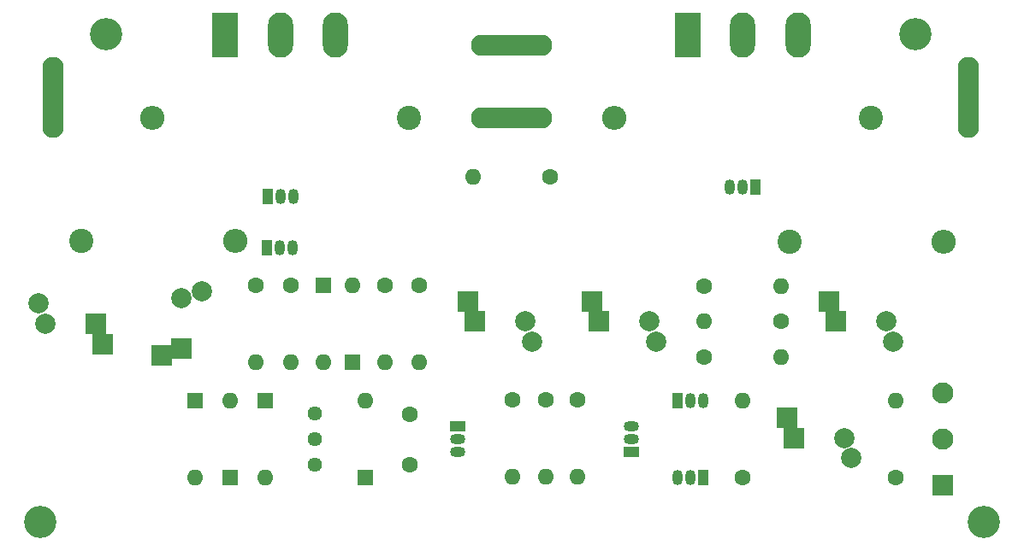
<source format=gbr>
%TF.GenerationSoftware,KiCad,Pcbnew,(6.0.0)*%
%TF.CreationDate,2022-08-29T21:40:36+01:00*%
%TF.ProjectId,Lynx amp Mini,4c796e78-2061-46d7-9020-4d696e692e6b,rev?*%
%TF.SameCoordinates,Original*%
%TF.FileFunction,Soldermask,Bot*%
%TF.FilePolarity,Negative*%
%FSLAX46Y46*%
G04 Gerber Fmt 4.6, Leading zero omitted, Abs format (unit mm)*
G04 Created by KiCad (PCBNEW (6.0.0)) date 2022-08-29 21:40:36*
%MOMM*%
%LPD*%
G01*
G04 APERTURE LIST*
G04 Aperture macros list*
%AMRoundRect*
0 Rectangle with rounded corners*
0 $1 Rounding radius*
0 $2 $3 $4 $5 $6 $7 $8 $9 X,Y pos of 4 corners*
0 Add a 4 corners polygon primitive as box body*
4,1,4,$2,$3,$4,$5,$6,$7,$8,$9,$2,$3,0*
0 Add four circle primitives for the rounded corners*
1,1,$1+$1,$2,$3*
1,1,$1+$1,$4,$5*
1,1,$1+$1,$6,$7*
1,1,$1+$1,$8,$9*
0 Add four rect primitives between the rounded corners*
20,1,$1+$1,$2,$3,$4,$5,0*
20,1,$1+$1,$4,$5,$6,$7,0*
20,1,$1+$1,$6,$7,$8,$9,0*
20,1,$1+$1,$8,$9,$2,$3,0*%
G04 Aperture macros list end*
%ADD10RoundRect,0.250001X0.799999X-0.799999X0.799999X0.799999X-0.799999X0.799999X-0.799999X-0.799999X0*%
%ADD11C,2.100000*%
%ADD12C,1.600000*%
%ADD13O,1.600000X1.600000*%
%ADD14R,1.600000X1.600000*%
%ADD15C,3.200000*%
%ADD16C,2.400000*%
%ADD17O,2.400000X2.400000*%
%ADD18R,2.000000X2.000000*%
%ADD19C,2.000000*%
%ADD20O,5.000000X2.100000*%
%ADD21R,1.050000X1.500000*%
%ADD22O,1.050000X1.500000*%
%ADD23R,1.500000X1.050000*%
%ADD24O,1.500000X1.050000*%
%ADD25O,2.100000X5.000000*%
%ADD26C,1.440000*%
%ADD27R,2.500000X4.500000*%
%ADD28O,2.500000X4.500000*%
G04 APERTURE END LIST*
D10*
%TO.C,POT opt*%
X167460000Y-82387911D03*
D11*
X167460000Y-77787911D03*
X167460000Y-73187911D03*
%TD*%
D12*
%TO.C,R8*%
X143867094Y-69658167D03*
D13*
X151487094Y-69658167D03*
%TD*%
D14*
%TO.C,D5*%
X96920823Y-81620000D03*
D13*
X96920823Y-74000000D03*
%TD*%
D12*
%TO.C,R15*%
X128605000Y-51770000D03*
D13*
X120985000Y-51770000D03*
%TD*%
D12*
%TO.C,R6*%
X124897305Y-73940000D03*
D13*
X124897305Y-81560000D03*
%TD*%
D15*
%TO.C,REF\u002A\u002A*%
X171540000Y-85990000D03*
%TD*%
D16*
%TO.C,R16*%
X114600000Y-45967234D03*
D17*
X89200000Y-45967234D03*
%TD*%
D15*
%TO.C,REF\u002A\u002A*%
X78180000Y-85990000D03*
%TD*%
D18*
%TO.C,C2*%
X133464628Y-66130000D03*
X132792484Y-64130000D03*
D19*
X138464628Y-66130000D03*
X139136772Y-68130000D03*
%TD*%
D16*
%TO.C,R13*%
X152300000Y-58217966D03*
D17*
X167540000Y-58217966D03*
%TD*%
D15*
%TO.C,REF\u002A\u002A*%
X84690000Y-37640000D03*
%TD*%
D20*
%TO.C,J2*%
X126352500Y-45967234D03*
X123272500Y-45967234D03*
%TD*%
D12*
%TO.C,R11*%
X128147305Y-73940000D03*
D13*
X128147305Y-81560000D03*
%TD*%
D21*
%TO.C,Q7*%
X148960000Y-52820000D03*
D22*
X147690000Y-52820000D03*
X146420000Y-52820000D03*
%TD*%
D15*
%TO.C,REF\u002A\u002A*%
X164720000Y-37640000D03*
%TD*%
D21*
%TO.C,Q6*%
X100630000Y-53739003D03*
D22*
X101900000Y-53739003D03*
X103170000Y-53739003D03*
%TD*%
D23*
%TO.C,Q2*%
X136677094Y-79040588D03*
D24*
X136677094Y-77770588D03*
X136677094Y-76500588D03*
%TD*%
D12*
%TO.C,R4*%
X99514628Y-62540000D03*
D13*
X99514628Y-70160000D03*
%TD*%
D14*
%TO.C,D2*%
X109068454Y-70160000D03*
D13*
X109068454Y-62540000D03*
%TD*%
D12*
%TO.C,C3*%
X114697425Y-80310000D03*
X114697425Y-75310000D03*
%TD*%
D18*
%TO.C,C1*%
X152704417Y-77695411D03*
X152032273Y-75695411D03*
D19*
X157704417Y-77695411D03*
X158376561Y-79695411D03*
%TD*%
D25*
%TO.C,J3*%
X169970000Y-42412616D03*
X169970000Y-45492616D03*
%TD*%
D14*
%TO.C,D3*%
X110275823Y-81620000D03*
D13*
X110275823Y-74000000D03*
%TD*%
D26*
%TO.C,RV2*%
X105340823Y-75260000D03*
X105340823Y-77800000D03*
X105340823Y-80340000D03*
%TD*%
D18*
%TO.C,C7*%
X84312144Y-68380000D03*
X83640000Y-66380000D03*
D19*
X77967856Y-64380000D03*
X78640000Y-66380000D03*
%TD*%
D14*
%TO.C,D4*%
X93435823Y-74000000D03*
D13*
X93435823Y-81620000D03*
%TD*%
D21*
%TO.C,Q1*%
X143747094Y-81611769D03*
D22*
X142477094Y-81611769D03*
X141207094Y-81611769D03*
%TD*%
D18*
%TO.C,C6*%
X121165135Y-66150000D03*
X120492991Y-64150000D03*
D19*
X126837279Y-68150000D03*
X126165135Y-66150000D03*
%TD*%
D23*
%TO.C,Q4*%
X119447425Y-76540000D03*
D24*
X119447425Y-77810000D03*
X119447425Y-79080000D03*
%TD*%
D14*
%TO.C,D6*%
X100405823Y-74000000D03*
D13*
X100405823Y-81620000D03*
%TD*%
D21*
%TO.C,Q5*%
X100600000Y-58807591D03*
D22*
X101870000Y-58807591D03*
X103140000Y-58807591D03*
%TD*%
D25*
%TO.C,J4*%
X79390000Y-42377616D03*
X79390000Y-45457616D03*
%TD*%
D12*
%TO.C,R9*%
X151487094Y-66157650D03*
D13*
X143867094Y-66157650D03*
%TD*%
D21*
%TO.C,Q3*%
X141207094Y-73994208D03*
D22*
X142477094Y-73994208D03*
X143747094Y-73994208D03*
%TD*%
D27*
%TO.C,Q9*%
X142240000Y-37777234D03*
D28*
X147690000Y-37777234D03*
X153140000Y-37777234D03*
%TD*%
D20*
%TO.C,J7*%
X126352500Y-38779797D03*
X123272500Y-38779797D03*
%TD*%
D12*
%TO.C,R1*%
X162789594Y-81597911D03*
D13*
X162789594Y-73977911D03*
%TD*%
D12*
%TO.C,R5*%
X115687968Y-62540000D03*
D13*
X115687968Y-70160000D03*
%TD*%
D16*
%TO.C,R17*%
X160390000Y-45967234D03*
D17*
X134990000Y-45967234D03*
%TD*%
D27*
%TO.C,Q8*%
X96450000Y-37777234D03*
D28*
X101900000Y-37777234D03*
X107350000Y-37777234D03*
%TD*%
D12*
%TO.C,R3*%
X131357305Y-73940000D03*
D13*
X131357305Y-81560000D03*
%TD*%
D12*
%TO.C,R12*%
X102949163Y-62540000D03*
D13*
X102949163Y-70160000D03*
%TD*%
D12*
%TO.C,R10*%
X143877094Y-62657132D03*
D13*
X151497094Y-62657132D03*
%TD*%
D16*
%TO.C,R14*%
X82190758Y-58190000D03*
D17*
X97430758Y-58190000D03*
%TD*%
D18*
%TO.C,C4*%
X90156027Y-69534821D03*
X92156027Y-68862677D03*
D19*
X92156027Y-63862677D03*
X94156027Y-63190533D03*
%TD*%
D12*
%TO.C,R7*%
X112253211Y-62540000D03*
D13*
X112253211Y-70160000D03*
%TD*%
D14*
%TO.C,D1*%
X106133697Y-62540000D03*
D13*
X106133697Y-70160000D03*
%TD*%
D18*
%TO.C,C5*%
X156874628Y-66130000D03*
X156202484Y-64130000D03*
D19*
X162546772Y-68130000D03*
X161874628Y-66130000D03*
%TD*%
D12*
%TO.C,R2*%
X147676203Y-81597911D03*
D13*
X147676203Y-73977911D03*
%TD*%
M02*

</source>
